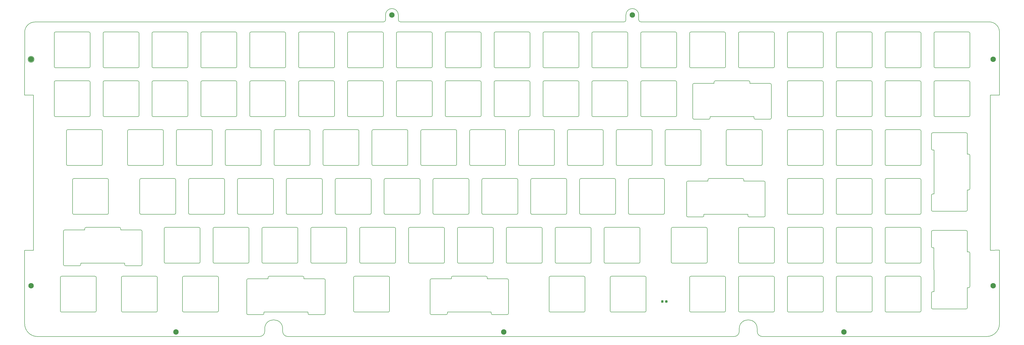
<source format=gbr>
G04 #@! TF.GenerationSoftware,KiCad,Pcbnew,(5.1.4)-1*
G04 #@! TF.CreationDate,2020-08-05T22:19:24-07:00*
G04 #@! TF.ProjectId,Plate,506c6174-652e-46b6-9963-61645f706362,rev?*
G04 #@! TF.SameCoordinates,Original*
G04 #@! TF.FileFunction,Soldermask,Top*
G04 #@! TF.FilePolarity,Negative*
%FSLAX46Y46*%
G04 Gerber Fmt 4.6, Leading zero omitted, Abs format (unit mm)*
G04 Created by KiCad (PCBNEW (5.1.4)-1) date 2020-08-05 22:19:24*
%MOMM*%
%LPD*%
G04 APERTURE LIST*
%ADD10C,0.200000*%
%ADD11C,2.100000*%
%ADD12C,0.150000*%
%ADD13C,0.875000*%
G04 APERTURE END LIST*
D10*
X256500000Y-62450000D02*
X256490223Y-60500010D01*
X256500000Y-62450000D02*
G75*
G02X255700000Y-63250000I-800000J0D01*
G01*
X162000000Y-63250000D02*
X26162000Y-63246000D01*
X162790259Y-60499847D02*
X162800000Y-62450000D01*
X162800000Y-62450000D02*
G75*
G02X162000000Y-63250000I-800000J0D01*
G01*
X167799999Y-60499999D02*
X167800000Y-62400000D01*
X255700000Y-63250000D02*
X168600000Y-63200000D01*
X168600000Y-63200000D02*
G75*
G02X167800000Y-62400000I0J800000D01*
G01*
X262300000Y-63200000D02*
X265429999Y-63218122D01*
X261499999Y-60499999D02*
X261500000Y-62400000D01*
X262300000Y-63200000D02*
G75*
G02X261500000Y-62400000I0J800000D01*
G01*
X256490223Y-60500010D02*
G75*
G02X261499999Y-60499999I2504888J2189D01*
G01*
X162790259Y-60499847D02*
G75*
G02X167799999Y-60499999I2504870J2026D01*
G01*
X402095110Y-91751363D02*
X402100000Y-67200000D01*
X398100000Y-63200000D02*
X265429999Y-63218122D01*
X398100000Y-63200000D02*
G75*
G02X402100000Y-67200000I0J-4000000D01*
G01*
X22162000Y-67246000D02*
X22145123Y-91753523D01*
X22162000Y-67246000D02*
G75*
G02X26162000Y-63246000I4000000J0D01*
G01*
X351970123Y-119222812D02*
X338970117Y-119222760D01*
X66220123Y-81122812D02*
X53220077Y-81122830D01*
X148470077Y-81122830D02*
X161470123Y-81122812D01*
X167520123Y-67122812D02*
X180520142Y-67122803D01*
X47670123Y-86672812D02*
X47670117Y-99672846D01*
X114345123Y-105722812D02*
X114345117Y-118722822D01*
X272295129Y-119222772D02*
X285295123Y-119222812D01*
X119895104Y-119222809D02*
X132895123Y-119222812D01*
X296107629Y-119222772D02*
X309107623Y-119222812D01*
X338970128Y-138272809D02*
X351970123Y-138272812D01*
X358020117Y-138272858D02*
X371020123Y-138272812D01*
X371520102Y-137772843D02*
G75*
G02X371020123Y-138272812I-499974J5D01*
G01*
X115713911Y-182897788D02*
G75*
G02X122713873Y-182897812I3499981J-12D01*
G01*
X115713869Y-182897810D02*
X115713869Y-183897812D01*
X122713876Y-182897810D02*
X122713876Y-183897812D01*
X115713874Y-183897821D02*
G75*
G02X113713873Y-185897812I-1999996J5D01*
G01*
X124713871Y-185897818D02*
G75*
G02X122713873Y-183897812I4J2000002D01*
G01*
X300670111Y-183897840D02*
G75*
G02X298670123Y-185897812I-1999980J8D01*
G01*
X300670115Y-182897810D02*
X300670115Y-183897812D01*
X300670135Y-182897788D02*
G75*
G02X307670123Y-182897812I3499994J-12D01*
G01*
X309670108Y-185897837D02*
G75*
G02X307670123Y-183897812I20J2000005D01*
G01*
X307670114Y-182897810D02*
X307670114Y-183897812D01*
X402095115Y-180897786D02*
G75*
G02X397095123Y-185897812I-5000009J-17D01*
G01*
X27145137Y-185897808D02*
G75*
G02X22145123Y-180897812I-9J5000005D01*
G01*
X124713871Y-185897818D02*
X298670123Y-185897812D01*
X397095123Y-185897812D02*
X309670108Y-185897837D01*
X27145137Y-185897808D02*
X113713873Y-185897812D01*
X352470114Y-137772795D02*
G75*
G02X351970123Y-138272812I-500004J-13D01*
G01*
X285795175Y-118721946D02*
G75*
G02X285295123Y-119222812I-500022J-843D01*
G01*
X163851380Y-162372821D02*
G75*
G02X164351373Y-162872812I1J-499992D01*
G01*
X108700876Y-163872812D02*
X108700876Y-176872809D01*
X150351373Y-162872810D02*
X150351373Y-175872814D01*
X150351364Y-162872805D02*
G75*
G02X150851373Y-162372812I500001J-8D01*
G01*
X115450882Y-176872825D02*
G75*
G02X114950873Y-177372812I-499998J11D01*
G01*
X133076873Y-177372786D02*
G75*
G02X132576873Y-176872812I-13J499987D01*
G01*
X139326875Y-176872809D02*
X139326875Y-163872812D01*
X117513870Y-176372815D02*
X130513874Y-176372815D01*
X109200870Y-177372810D02*
X114950870Y-177372810D01*
X138826875Y-163372816D02*
G75*
G02X139326873Y-163872812I1J-499997D01*
G01*
X164351371Y-175872814D02*
X164351371Y-162872810D01*
X109200866Y-177372809D02*
G75*
G02X108700873Y-176872812I2J499995D01*
G01*
X114950870Y-163372811D02*
X109200870Y-163372811D01*
X108700882Y-163872793D02*
G75*
G02X109200873Y-163372812I499986J-5D01*
G01*
X133076874Y-177372810D02*
X138826874Y-177372810D01*
X163851378Y-162372809D02*
X150851374Y-162372809D01*
X138826874Y-163372811D02*
X133076874Y-163372811D01*
X139326889Y-176872802D02*
G75*
G02X138826873Y-177372812I-500013J3D01*
G01*
X164351394Y-175872807D02*
G75*
G02X163851373Y-176372812I-500013J8D01*
G01*
X130513886Y-162372827D02*
G75*
G02X131013873Y-162872812I1J-499986D01*
G01*
X130513874Y-162372809D02*
X117513870Y-162372809D01*
X117013870Y-162872811D02*
G75*
G02X117513873Y-162372812I500001J-2D01*
G01*
X84176360Y-176372803D02*
G75*
G02X83676373Y-175872812I2J499989D01*
G01*
X59076374Y-143322814D02*
X46076373Y-143322814D01*
X45576366Y-143822801D02*
G75*
G02X46076373Y-143322812I499998J-9D01*
G01*
X77032623Y-157322813D02*
X90032623Y-157322813D01*
X61639373Y-158322815D02*
X67389374Y-158322815D01*
X95582614Y-143822799D02*
G75*
G02X96082623Y-143322812I499998J-11D01*
G01*
X61639353Y-158322820D02*
G75*
G02X61139373Y-157822812I14J499994D01*
G01*
X67389385Y-144322820D02*
G75*
G02X67889373Y-144822812I-2J-499990D01*
G01*
X357520163Y-124772812D02*
G75*
G02X358020123Y-124272812I499980J20D01*
G01*
X37263370Y-144822805D02*
G75*
G02X37763373Y-144322812I499998J-5D01*
G01*
X59076382Y-143322817D02*
G75*
G02X59576373Y-143822812I-2J-499993D01*
G01*
X37763373Y-158322815D02*
X43513373Y-158322815D01*
X95582624Y-143822815D02*
X95582624Y-156822812D01*
X371520129Y-137772810D02*
X371520129Y-124772813D01*
X351970134Y-124272812D02*
X338970122Y-124272812D01*
X90532624Y-156822812D02*
X90532624Y-143822815D01*
X338470129Y-124772813D02*
X338470129Y-137772810D01*
X76532619Y-143822804D02*
G75*
G02X77032623Y-143322812I499998J-6D01*
G01*
X67889369Y-157822836D02*
G75*
G02X67389373Y-158322812I-499986J10D01*
G01*
X37263373Y-144822810D02*
X37263373Y-157822814D01*
X43513373Y-144322809D02*
X37763373Y-144322809D01*
X76532622Y-143822815D02*
X76532622Y-156822812D01*
X358020117Y-138272858D02*
G75*
G02X357520123Y-137772812I26J500020D01*
G01*
X90032635Y-143322820D02*
G75*
G02X90532623Y-143822812I-2J-499990D01*
G01*
X371020148Y-124272797D02*
G75*
G02X371520123Y-124772812I-20J-499995D01*
G01*
X338970128Y-138272809D02*
G75*
G02X338470123Y-137772812I-4J500001D01*
G01*
X67389374Y-144322809D02*
X61639373Y-144322809D01*
X319920141Y-138272822D02*
G75*
G02X319420123Y-137772812I-4J500014D01*
G01*
X90532619Y-156822836D02*
G75*
G02X90032623Y-157322812I-499986J10D01*
G01*
X67889375Y-157822814D02*
X67889375Y-144822810D01*
X37763354Y-158322821D02*
G75*
G02X37263373Y-157822812I14J499995D01*
G01*
X352470127Y-137772810D02*
X352470127Y-124772813D01*
X357520131Y-124772813D02*
X357520131Y-137772810D01*
X77032603Y-157322820D02*
G75*
G02X76532623Y-156822812I14J499994D01*
G01*
X338470114Y-124772823D02*
G75*
G02X338970123Y-124272812I500010J1D01*
G01*
X351970100Y-124272809D02*
G75*
G02X352470123Y-124772812I10J-500013D01*
G01*
X319920120Y-138272811D02*
X332920132Y-138272811D01*
X371020136Y-124272812D02*
X358020124Y-124272812D01*
X333420126Y-137772807D02*
G75*
G02X332920123Y-138272812I-500004J-1D01*
G01*
X109082622Y-143322814D02*
X96082625Y-143322814D01*
X90032623Y-143322814D02*
X77032623Y-143322814D01*
X44013370Y-157822837D02*
G75*
G02X43513373Y-158322812I-499986J11D01*
G01*
X46076373Y-157322813D02*
X59076374Y-157322813D01*
X252745127Y-105722738D02*
G75*
G02X253245123Y-105222812I499961J-35D01*
G01*
X266245173Y-105222784D02*
G75*
G02X266745123Y-105722812I-39J-499989D01*
G01*
X247695139Y-118722844D02*
G75*
G02X247195123Y-119222812I-499992J24D01*
G01*
X233695139Y-105722750D02*
G75*
G02X234195123Y-105222812I499961J-23D01*
G01*
X228645151Y-118722856D02*
G75*
G02X228145123Y-119222812I-499992J36D01*
G01*
X209095164Y-105222775D02*
G75*
G02X209595123Y-105722812I-39J-499998D01*
G01*
X190545124Y-118722811D02*
X190545124Y-105722811D01*
X253245080Y-119222785D02*
G75*
G02X252745123Y-118722812I8J499965D01*
G01*
X247695116Y-118722811D02*
X247695116Y-105722811D01*
X295607614Y-105722787D02*
G75*
G02X296107623Y-105222812I499992J-17D01*
G01*
X266245124Y-105222810D02*
X253245128Y-105222810D01*
X247195186Y-105222797D02*
G75*
G02X247695123Y-105722812I-39J-499976D01*
G01*
X247195122Y-105222810D02*
X234195126Y-105222810D01*
X309107661Y-105222834D02*
G75*
G02X309607623Y-105722812I-8J-499970D01*
G01*
X215145123Y-119222812D02*
X228145120Y-119222812D01*
X295607624Y-105722811D02*
X295607624Y-118722811D01*
X309607675Y-118721946D02*
G75*
G02X309107623Y-119222812I-500022J-843D01*
G01*
X252745119Y-105722811D02*
X252745119Y-118722811D01*
X228145198Y-105222809D02*
G75*
G02X228645123Y-105722812I-39J-499964D01*
G01*
X209595126Y-118722811D02*
X209595126Y-105722811D01*
X272295129Y-119222772D02*
G75*
G02X271795123Y-118722812I-23J499983D01*
G01*
X285295161Y-105222834D02*
G75*
G02X285795123Y-105722812I-8J-499970D01*
G01*
X234195092Y-119222797D02*
G75*
G02X233695123Y-118722812I8J499977D01*
G01*
X215145104Y-119222809D02*
G75*
G02X214645123Y-118722812I8J499989D01*
G01*
X196095121Y-119222812D02*
X209095118Y-119222812D01*
X271795114Y-105722787D02*
G75*
G02X272295123Y-105222812I499992J-17D01*
G01*
X214645130Y-105722811D02*
X214645130Y-118722811D01*
X209095118Y-105222810D02*
X196095121Y-105222810D01*
X233695117Y-105722811D02*
X233695117Y-118722811D01*
X285295126Y-105222810D02*
X272295130Y-105222810D01*
X177045113Y-119222818D02*
G75*
G02X176545123Y-118722812I8J499998D01*
G01*
X209595117Y-118722822D02*
G75*
G02X209095123Y-119222812I-499992J2D01*
G01*
X309607622Y-118722811D02*
X309607622Y-105722811D01*
X266745118Y-118722811D02*
X266745118Y-105722811D01*
X214645151Y-105722762D02*
G75*
G02X215145123Y-105222812I499961J-11D01*
G01*
X271795121Y-105722811D02*
X271795121Y-118722811D01*
X196095101Y-119222806D02*
G75*
G02X195595123Y-118722812I8J499986D01*
G01*
X228645128Y-118722811D02*
X228645128Y-105722811D01*
X195595148Y-105722759D02*
G75*
G02X196095123Y-105222812I499961J-14D01*
G01*
X195595128Y-105722811D02*
X195595128Y-118722811D01*
X177045119Y-119222812D02*
X190045116Y-119222812D01*
X190545129Y-118722834D02*
G75*
G02X190045123Y-119222812I-499992J14D01*
G01*
X190045176Y-105222787D02*
G75*
G02X190545123Y-105722812I-39J-499986D01*
G01*
X190045116Y-105222810D02*
X177045119Y-105222810D01*
X176545160Y-105722771D02*
G75*
G02X177045123Y-105222812I499961J-2D01*
G01*
X176545126Y-105722811D02*
X176545126Y-118722811D01*
X157995110Y-119222815D02*
G75*
G02X157495123Y-118722812I8J499995D01*
G01*
X296107629Y-119222772D02*
G75*
G02X295607623Y-118722812I-23J499983D01*
G01*
X285795120Y-118722811D02*
X285795120Y-105722811D01*
X157995117Y-119222812D02*
X170995129Y-119222812D01*
X266745126Y-118722831D02*
G75*
G02X266245123Y-119222812I-499992J11D01*
G01*
X171495126Y-118722831D02*
G75*
G02X170995123Y-119222812I-499992J11D01*
G01*
X228145120Y-105222810D02*
X215145123Y-105222810D01*
X309107629Y-105222810D02*
X296107617Y-105222810D01*
X234195126Y-119222812D02*
X247195122Y-119222812D01*
X253245128Y-119222812D02*
X266245124Y-119222812D01*
X38932603Y-119222808D02*
G75*
G02X38432623Y-118722812I8J499988D01*
G01*
X38932623Y-119222812D02*
X51932623Y-119222812D01*
X52432634Y-118722839D02*
G75*
G02X51932623Y-119222812I-499992J19D01*
G01*
X138445122Y-105722811D02*
X138445122Y-118722811D01*
X113845164Y-105222775D02*
G75*
G02X114345123Y-105722812I-39J-499998D01*
G01*
X113845122Y-105222810D02*
X100845126Y-105222810D01*
X81795124Y-119222812D02*
X94795120Y-119222812D01*
X152445123Y-118722828D02*
G75*
G02X151945123Y-119222812I-499992J8D01*
G01*
X170995173Y-105222784D02*
G75*
G02X171495123Y-105722812I-39J-499989D01*
G01*
X157495157Y-105722768D02*
G75*
G02X157995123Y-105222812I499961J-5D01*
G01*
X151945127Y-105222810D02*
X138945123Y-105222810D01*
X152445120Y-118722811D02*
X152445120Y-105722811D01*
X114345117Y-118722822D02*
G75*
G02X113845123Y-119222812I-499992J2D01*
G01*
X151945170Y-105222781D02*
G75*
G02X152445123Y-105722812I-39J-499992D01*
G01*
X100345148Y-105722759D02*
G75*
G02X100845123Y-105222812I499961J-14D01*
G01*
X100345125Y-105722811D02*
X100345125Y-118722811D01*
X94795176Y-105222787D02*
G75*
G02X95295123Y-105722812I-39J-499986D01*
G01*
X62745122Y-119222812D02*
X75745122Y-119222812D01*
X75745181Y-105222792D02*
G75*
G02X76245123Y-105722812I-39J-499981D01*
G01*
X133395120Y-118722825D02*
G75*
G02X132895123Y-119222812I-499992J5D01*
G01*
X75745122Y-105222810D02*
X62745122Y-105222810D01*
X138945123Y-119222812D02*
X151945127Y-119222812D01*
X170995129Y-105222810D02*
X157995117Y-105222810D01*
X132895124Y-105222810D02*
X119895120Y-105222810D01*
X95295129Y-118722834D02*
G75*
G02X94795123Y-119222812I-499992J14D01*
G01*
X62245122Y-105722811D02*
X62245122Y-118722811D01*
X62245150Y-105722761D02*
G75*
G02X62745123Y-105222812I499961J-12D01*
G01*
X171495122Y-118722811D02*
X171495122Y-105722811D01*
X157495124Y-105722811D02*
X157495124Y-118722811D01*
X95295121Y-118722811D02*
X95295121Y-105722811D01*
X132895167Y-105222778D02*
G75*
G02X133395123Y-105722812I-39J-499995D01*
G01*
X76245134Y-118722839D02*
G75*
G02X75745123Y-119222812I-499992J19D01*
G01*
X81295123Y-105722811D02*
X81295123Y-118722811D01*
X138945107Y-119222812D02*
G75*
G02X138445123Y-118722812I8J499992D01*
G01*
X100845101Y-119222806D02*
G75*
G02X100345123Y-118722812I8J499986D01*
G01*
X119895104Y-119222809D02*
G75*
G02X119395123Y-118722812I8J499989D01*
G01*
X81795098Y-119222803D02*
G75*
G02X81295123Y-118722812I8J499983D01*
G01*
X94795120Y-105222810D02*
X81795124Y-105222810D01*
X62745103Y-119222808D02*
G75*
G02X62245123Y-118722812I8J499988D01*
G01*
X76245123Y-118722811D02*
X76245123Y-105722811D01*
X133395125Y-118722811D02*
X133395125Y-105722811D01*
X119395119Y-105722811D02*
X119395119Y-118722811D01*
X119395151Y-105722762D02*
G75*
G02X119895123Y-105222812I499961J-11D01*
G01*
X100845126Y-119222812D02*
X113845122Y-119222812D01*
X138445154Y-105722765D02*
G75*
G02X138945123Y-105222812I499961J-8D01*
G01*
X81295145Y-105722756D02*
G75*
G02X81795123Y-105222812I499961J-17D01*
G01*
X282532123Y-87672811D02*
X282532123Y-100672811D01*
X338970104Y-100172773D02*
G75*
G02X338470123Y-99672812I-10J499971D01*
G01*
X38432623Y-105722811D02*
X38432623Y-118722811D01*
X38432650Y-105722761D02*
G75*
G02X38932623Y-105222812I499961J-12D01*
G01*
X288782117Y-87172812D02*
X283032117Y-87172812D01*
X313158122Y-100672811D02*
X313158122Y-87672811D01*
X304345136Y-86172833D02*
G75*
G02X304845123Y-86672812I4J-499983D01*
G01*
X262770129Y-100172810D02*
X275770125Y-100172810D01*
X377070080Y-100172809D02*
G75*
G02X376570123Y-99672812I20J499977D01*
G01*
X319420127Y-86672811D02*
X319420127Y-99672813D01*
X351970134Y-86172812D02*
X338970122Y-86172812D01*
X376570126Y-86672763D02*
G75*
G02X377070123Y-86172812I499974J-23D01*
G01*
X371020136Y-86172812D02*
X358020124Y-86172812D01*
X357520138Y-86672775D02*
G75*
G02X358020123Y-86172812I499974J-11D01*
G01*
X282532102Y-87672799D02*
G75*
G02X283032123Y-87172812I500004J-17D01*
G01*
X312658185Y-87172822D02*
G75*
G02X313158123Y-87672812I-26J-499964D01*
G01*
X352470127Y-99672813D02*
X352470127Y-86672811D01*
X390070138Y-86172812D02*
X377070126Y-86172812D01*
X338470090Y-86672787D02*
G75*
G02X338970123Y-86172812I500004J-29D01*
G01*
X338970122Y-100172810D02*
X351970134Y-100172810D01*
X319920116Y-100172785D02*
G75*
G02X319420123Y-99672812I-10J499983D01*
G01*
X390070173Y-86172810D02*
G75*
G02X390570123Y-86672812I-26J-499976D01*
G01*
X377070126Y-100172810D02*
X390070138Y-100172810D01*
X390570127Y-99672856D02*
G75*
G02X390070123Y-100172812I-499980J24D01*
G01*
X371520139Y-99672868D02*
G75*
G02X371020123Y-100172812I-499980J36D01*
G01*
X319920120Y-100172810D02*
X332920132Y-100172810D01*
X338470129Y-86672811D02*
X338470129Y-99672813D01*
X333420125Y-99672813D02*
X333420125Y-86672811D01*
X306908093Y-101172822D02*
G75*
G02X306408123Y-100672812I20J499990D01*
G01*
X306908128Y-101172812D02*
X312658129Y-101172812D01*
X312658129Y-87172812D02*
X306908128Y-87172812D01*
X332920132Y-86172812D02*
X319920120Y-86172812D01*
X291345117Y-100172810D02*
X304345128Y-100172810D01*
X290845090Y-86672787D02*
G75*
G02X291345123Y-86172812I500004J-29D01*
G01*
X358020092Y-100172821D02*
G75*
G02X357520123Y-99672812I20J499989D01*
G01*
X376570133Y-86672811D02*
X376570133Y-99672813D01*
X51932623Y-105222810D02*
X38932623Y-105222810D01*
X52432624Y-118722811D02*
X52432624Y-105722811D01*
X51932681Y-105222792D02*
G75*
G02X52432623Y-105722812I-39J-499981D01*
G01*
X371520129Y-99672813D02*
X371520129Y-86672811D01*
X390570131Y-99672813D02*
X390570131Y-86672811D01*
X358020124Y-100172810D02*
X371020136Y-100172810D01*
X371020185Y-86172822D02*
G75*
G02X371520123Y-86672812I-26J-499964D01*
G01*
X352470150Y-99672819D02*
G75*
G02X351970123Y-100172812I-500010J17D01*
G01*
X332920149Y-86172846D02*
G75*
G02X333420123Y-86672812I4J-499970D01*
G01*
X319420102Y-86672799D02*
G75*
G02X319920123Y-86172812I500004J-17D01*
G01*
X289282162Y-100672831D02*
G75*
G02X288782123Y-101172812I-500010J29D01*
G01*
X304345128Y-86172812D02*
X291345117Y-86172812D01*
X262770092Y-100172821D02*
G75*
G02X262270123Y-99672812I20J499989D01*
G01*
X276270139Y-99672868D02*
G75*
G02X275770123Y-100172812I-499980J36D01*
G01*
X276270119Y-99672813D02*
X276270119Y-86672811D01*
X275770185Y-86172822D02*
G75*
G02X276270123Y-86672812I-26J-499964D01*
G01*
X275770125Y-86172812D02*
X262770129Y-86172812D01*
X262270138Y-86672775D02*
G75*
G02X262770123Y-86172812I499974J-11D01*
G01*
X262270120Y-86672811D02*
X262270120Y-99672813D01*
X357520131Y-86672811D02*
X357520131Y-99672813D01*
X333420163Y-99672832D02*
G75*
G02X332920123Y-100172812I-500010J30D01*
G01*
X243720127Y-100172810D02*
X256720123Y-100172810D01*
X283032117Y-101172812D02*
X288782117Y-101172812D01*
X243720104Y-100172773D02*
G75*
G02X243220123Y-99672812I-10J499971D01*
G01*
X257220150Y-99672819D02*
G75*
G02X256720123Y-100172812I-500010J17D01*
G01*
X351970136Y-86172833D02*
G75*
G02X352470123Y-86672812I4J-499983D01*
G01*
X313158139Y-100672868D02*
G75*
G02X312658123Y-101172812I-499980J36D01*
G01*
X283032116Y-101172785D02*
G75*
G02X282532123Y-100672812I-10J499983D01*
G01*
X205620122Y-100172810D02*
X218620119Y-100172810D01*
X257220117Y-99672813D02*
X257220117Y-86672811D01*
X186070127Y-86672811D02*
X186070127Y-99672813D01*
X181020108Y-99672837D02*
G75*
G02X180520123Y-100172812I-499980J5D01*
G01*
X199570117Y-86172812D02*
X186570120Y-86172812D01*
X238170163Y-99672832D02*
G75*
G02X237670123Y-100172812I-500010J30D01*
G01*
X147970135Y-86672772D02*
G75*
G02X148470123Y-86172812I499974J-14D01*
G01*
X205120144Y-86672781D02*
G75*
G02X205620123Y-86172812I499974J-5D01*
G01*
X167020138Y-86672775D02*
G75*
G02X167520123Y-86172812I499974J-11D01*
G01*
X243220118Y-86672811D02*
X243220118Y-99672813D01*
X218620130Y-86172827D02*
G75*
G02X219120123Y-86672812I4J-499989D01*
G01*
X205120129Y-86672811D02*
X205120129Y-99672813D01*
X142920117Y-99672846D02*
G75*
G02X142420123Y-100172812I-499980J14D01*
G01*
X180520130Y-86172812D02*
X167520118Y-86172812D01*
X219120144Y-99672813D02*
G75*
G02X218620123Y-100172812I-500010J11D01*
G01*
X218620119Y-86172812D02*
X205620122Y-86172812D01*
X199570157Y-86172794D02*
G75*
G02X200070123Y-86672812I-26J-499992D01*
G01*
X129420101Y-100172830D02*
G75*
G02X128920123Y-99672812I20J499998D01*
G01*
X142920126Y-99672813D02*
X142920126Y-86672811D01*
X224670116Y-100172785D02*
G75*
G02X224170123Y-99672812I-10J499983D01*
G01*
X186570095Y-100172824D02*
G75*
G02X186070123Y-99672812I20J499992D01*
G01*
X129420121Y-100172810D02*
X142420125Y-100172810D01*
X237670149Y-86172846D02*
G75*
G02X238170123Y-86672812I4J-499970D01*
G01*
X128920120Y-86672811D02*
X128920120Y-99672813D01*
X110370127Y-100172810D02*
X123370123Y-100172810D01*
X224170116Y-86672811D02*
X224170116Y-99672813D01*
X123870114Y-99672843D02*
G75*
G02X123370123Y-100172812I-499980J11D01*
G01*
X161470151Y-86172788D02*
G75*
G02X161970123Y-86672812I-26J-499998D01*
G01*
X123370160Y-86172797D02*
G75*
G02X123870123Y-86672812I-26J-499989D01*
G01*
X256720136Y-86172833D02*
G75*
G02X257220123Y-86672812I4J-499983D01*
G01*
X128920147Y-86672784D02*
G75*
G02X129420123Y-86172812I499974J-2D01*
G01*
X205620098Y-100172827D02*
G75*
G02X205120123Y-99672812I20J499995D01*
G01*
X167520118Y-100172810D02*
X180520130Y-100172810D01*
X237670121Y-86172812D02*
X224670125Y-86172812D01*
X200070125Y-99672813D02*
X200070125Y-86672811D01*
X161470128Y-86172812D02*
X148470124Y-86172812D01*
X142420163Y-86172800D02*
G75*
G02X142920123Y-86672812I-26J-499986D01*
G01*
X200070111Y-99672840D02*
G75*
G02X199570123Y-100172812I-499980J8D01*
G01*
X110370098Y-100172827D02*
G75*
G02X109870123Y-99672812I20J499995D01*
G01*
X123870124Y-99672813D02*
X123870124Y-86672811D01*
X123370123Y-86172812D02*
X110370127Y-86172812D01*
X238170130Y-99672813D02*
X238170130Y-86672811D01*
X186070141Y-86672778D02*
G75*
G02X186570123Y-86172812I499974J-8D01*
G01*
X161970105Y-99672834D02*
G75*
G02X161470123Y-100172812I-499980J2D01*
G01*
X142420125Y-86172812D02*
X129420121Y-86172812D01*
X109870144Y-86672781D02*
G75*
G02X110370123Y-86172812I499974J-5D01*
G01*
X109870126Y-86672811D02*
X109870126Y-99672813D01*
X91320095Y-100172824D02*
G75*
G02X90820123Y-99672812I20J499992D01*
G01*
X91320125Y-100172810D02*
X104320121Y-100172810D01*
X224670125Y-100172810D02*
X237670121Y-100172810D01*
X104820111Y-99672840D02*
G75*
G02X104320123Y-100172812I-499980J8D01*
G01*
X104820122Y-99672813D02*
X104820122Y-86672811D01*
X256720123Y-86172812D02*
X243720127Y-86172812D01*
X186570120Y-100172810D02*
X199570117Y-100172810D01*
X180520154Y-86172791D02*
G75*
G02X181020123Y-86672812I-26J-499995D01*
G01*
X167020125Y-86672811D02*
X167020125Y-99672813D01*
X148470124Y-100172810D02*
X161470128Y-100172810D01*
X161970121Y-99672813D02*
X161970121Y-86672811D01*
X243220090Y-86672787D02*
G75*
G02X243720123Y-86172812I500004J-29D01*
G01*
X167520092Y-100172821D02*
G75*
G02X167020123Y-99672812I20J499989D01*
G01*
X224170102Y-86672799D02*
G75*
G02X224670123Y-86172812I500004J-17D01*
G01*
X148470089Y-100172818D02*
G75*
G02X147970123Y-99672812I20J499986D01*
G01*
X181020123Y-99672813D02*
X181020123Y-86672811D01*
X219120127Y-99672813D02*
X219120127Y-86672811D01*
X85270162Y-86172799D02*
G75*
G02X85770123Y-86672812I-26J-499987D01*
G01*
X357520126Y-67622787D02*
G75*
G02X358020123Y-67122812I499986J-11D01*
G01*
X52720135Y-86672772D02*
G75*
G02X53220123Y-86172812I499974J-14D01*
G01*
X390070161Y-67122822D02*
G75*
G02X390570123Y-67622812I-14J-499976D01*
G01*
X71770122Y-86672811D02*
X71770122Y-99672813D01*
X333420125Y-80622811D02*
X333420125Y-67622812D01*
X104320157Y-86172794D02*
G75*
G02X104820123Y-86672812I-26J-499992D01*
G01*
X71770131Y-86672768D02*
G75*
G02X72270123Y-86172812I499974J-18D01*
G01*
X376570133Y-67622812D02*
X376570133Y-80622811D01*
X352470127Y-80622811D02*
X352470127Y-67622812D01*
X66720120Y-99672849D02*
G75*
G02X66220123Y-100172812I-499980J17D01*
G01*
X319920120Y-81122812D02*
X332920132Y-81122812D01*
X34170086Y-100172815D02*
G75*
G02X33670123Y-99672812I20J499983D01*
G01*
X390570115Y-80622868D02*
G75*
G02X390070123Y-81122812I-499968J24D01*
G01*
X47170163Y-86172800D02*
G75*
G02X47670123Y-86672812I-26J-499986D01*
G01*
X377070068Y-81122821D02*
G75*
G02X376570123Y-80622812I32J499977D01*
G01*
X351970134Y-67122812D02*
X338970122Y-67122812D01*
X338470078Y-67622799D02*
G75*
G02X338970123Y-67122812I500016J-29D01*
G01*
X371520129Y-80622811D02*
X371520129Y-67622812D01*
X72270085Y-100172814D02*
G75*
G02X71770123Y-99672812I20J499982D01*
G01*
X319420090Y-67622811D02*
G75*
G02X319920123Y-67122812I500016J-17D01*
G01*
X90820124Y-86672811D02*
X90820124Y-99672813D01*
X53220122Y-100172810D02*
X66220125Y-100172810D01*
X358020080Y-81122833D02*
G75*
G02X357520123Y-80622812I32J499989D01*
G01*
X332920137Y-67122858D02*
G75*
G02X333420123Y-67622812I16J-499970D01*
G01*
X300870056Y-81122809D02*
G75*
G02X300370123Y-80622812I32J499965D01*
G01*
X104320121Y-86172812D02*
X91320125Y-86172812D01*
X85770124Y-99672813D02*
X85770124Y-86672811D01*
X90820141Y-86672778D02*
G75*
G02X91320123Y-86172812I499974J-8D01*
G01*
X53220089Y-100172818D02*
G75*
G02X52720123Y-99672812I20J499986D01*
G01*
X66720122Y-99672813D02*
X66720122Y-86672811D01*
X34170123Y-100172810D02*
X47170122Y-100172810D01*
X371520127Y-80622880D02*
G75*
G02X371020123Y-81122812I-499968J36D01*
G01*
X66220166Y-86172803D02*
G75*
G02X66720123Y-86672812I-26J-499983D01*
G01*
X33670132Y-86672769D02*
G75*
G02X34170123Y-86172812I499974J-17D01*
G01*
X377070126Y-81122812D02*
X390070138Y-81122812D01*
X371020173Y-67122834D02*
G75*
G02X371520123Y-67622812I-14J-499964D01*
G01*
X358020124Y-81122812D02*
X371020136Y-81122812D01*
X85270123Y-86172812D02*
X72270123Y-86172812D01*
X390570131Y-80622811D02*
X390570131Y-67622812D01*
X338970092Y-81122785D02*
G75*
G02X338470123Y-80622812I2J499971D01*
G01*
X338970122Y-81122812D02*
X351970134Y-81122812D01*
X352470138Y-80622831D02*
G75*
G02X351970123Y-81122812I-499998J17D01*
G01*
X351970124Y-67122845D02*
G75*
G02X352470123Y-67622812I16J-499983D01*
G01*
X338470129Y-67622812D02*
X338470129Y-80622811D01*
X333420151Y-80622844D02*
G75*
G02X332920123Y-81122812I-499998J30D01*
G01*
X319420127Y-67622812D02*
X319420127Y-80622811D01*
X300870118Y-81122812D02*
X313870129Y-81122812D01*
X314370102Y-80622855D02*
G75*
G02X313870123Y-81122812I-499968J11D01*
G01*
X314370123Y-80622811D02*
X314370123Y-67622812D01*
X47170122Y-86172812D02*
X34170123Y-86172812D01*
X85770116Y-99672845D02*
G75*
G02X85270123Y-100172812I-499980J13D01*
G01*
X313870148Y-67122809D02*
G75*
G02X314370123Y-67622812I-14J-499989D01*
G01*
X390070138Y-67122812D02*
X377070126Y-67122812D01*
X72270123Y-100172810D02*
X85270123Y-100172810D01*
X313870129Y-67122812D02*
X300870118Y-67122812D01*
X371020136Y-67122812D02*
X358020124Y-67122812D01*
X319920104Y-81122797D02*
G75*
G02X319420123Y-80622812I2J499983D01*
G01*
X332920132Y-67122812D02*
X319920120Y-67122812D01*
X376570114Y-67622775D02*
G75*
G02X377070123Y-67122812I499986J-23D01*
G01*
X47670117Y-99672846D02*
G75*
G02X47170123Y-100172812I-499980J14D01*
G01*
X357520131Y-67622812D02*
X357520131Y-80622811D01*
X66220125Y-86172812D02*
X53220122Y-86172812D01*
X281820068Y-81122821D02*
G75*
G02X281320123Y-80622812I32J499977D01*
G01*
X186570120Y-81122812D02*
X199570117Y-81122812D01*
X276270127Y-80622880D02*
G75*
G02X275770123Y-81122812I-499968J36D01*
G01*
X243220078Y-67622799D02*
G75*
G02X243720123Y-67122812I500016J-29D01*
G01*
X295320121Y-80622811D02*
X295320121Y-67622812D01*
X224670125Y-81122812D02*
X237670121Y-81122812D01*
X295320115Y-80622868D02*
G75*
G02X294820123Y-81122812I-499968J24D01*
G01*
X262270126Y-67622787D02*
G75*
G02X262770123Y-67122812I499986J-11D01*
G01*
X167520080Y-81122833D02*
G75*
G02X167020123Y-80622812I32J499989D01*
G01*
X186070127Y-67622812D02*
X186070127Y-80622811D01*
X281320114Y-67622775D02*
G75*
G02X281820123Y-67122812I499986J-23D01*
G01*
X167520118Y-81122812D02*
X180520130Y-81122812D01*
X276270119Y-80622811D02*
X276270119Y-67622812D01*
X256720124Y-67122845D02*
G75*
G02X257220123Y-67622812I16J-499983D01*
G01*
X262270120Y-67622812D02*
X262270120Y-80622811D01*
X257220138Y-80622831D02*
G75*
G02X256720123Y-81122812I-499998J17D01*
G01*
X180520142Y-67122803D02*
G75*
G02X181020123Y-67622812I-14J-499995D01*
G01*
X167020125Y-67622812D02*
X167020125Y-80622811D01*
X237670121Y-67122812D02*
X224670125Y-67122812D01*
X205620122Y-81122812D02*
X218620119Y-81122812D01*
X294820127Y-67122812D02*
X281820116Y-67122812D01*
X238170151Y-80622844D02*
G75*
G02X237670123Y-81122812I-499998J30D01*
G01*
X186570083Y-81122836D02*
G75*
G02X186070123Y-80622812I32J499992D01*
G01*
X161970093Y-80622846D02*
G75*
G02X161470123Y-81122812I-499968J2D01*
G01*
X200070099Y-80622852D02*
G75*
G02X199570123Y-81122812I-499968J8D01*
G01*
X294820161Y-67122822D02*
G75*
G02X295320123Y-67622812I-14J-499976D01*
G01*
X300370124Y-67622812D02*
X300370124Y-80622811D01*
X281320122Y-67622812D02*
X281320122Y-80622811D01*
X205120132Y-67622793D02*
G75*
G02X205620123Y-67122812I499986J-5D01*
G01*
X275770173Y-67122834D02*
G75*
G02X276270123Y-67622812I-14J-499964D01*
G01*
X237670137Y-67122858D02*
G75*
G02X238170123Y-67622812I16J-499970D01*
G01*
X218620118Y-67122839D02*
G75*
G02X219120123Y-67622812I16J-499989D01*
G01*
X262770080Y-81122833D02*
G75*
G02X262270123Y-80622812I32J499989D01*
G01*
X243720127Y-81122812D02*
X256720123Y-81122812D01*
X257220117Y-80622811D02*
X257220117Y-67622812D01*
X224170090Y-67622811D02*
G75*
G02X224670123Y-67122812I500016J-17D01*
G01*
X238170130Y-80622811D02*
X238170130Y-67622812D01*
X281820116Y-81122812D02*
X294820127Y-81122812D01*
X256720123Y-67122812D02*
X243720127Y-67122812D01*
X219120127Y-80622811D02*
X219120127Y-67622812D01*
X205120129Y-67622812D02*
X205120129Y-80622811D01*
X200070125Y-80622811D02*
X200070125Y-67622812D01*
X218620119Y-67122812D02*
X205620122Y-67122812D01*
X205620086Y-81122839D02*
G75*
G02X205120123Y-80622812I32J499995D01*
G01*
X199570145Y-67122806D02*
G75*
G02X200070123Y-67622812I-14J-499992D01*
G01*
X199570117Y-67122812D02*
X186570120Y-67122812D01*
X186070129Y-67622790D02*
G75*
G02X186570123Y-67122812I499986J-8D01*
G01*
X181020096Y-80622849D02*
G75*
G02X180520123Y-81122812I-499968J5D01*
G01*
X181020123Y-80622811D02*
X181020123Y-67622812D01*
X243720092Y-81122785D02*
G75*
G02X243220123Y-80622812I2J499971D01*
G01*
X300370102Y-67622763D02*
G75*
G02X300870123Y-67122812I499986J-35D01*
G01*
X167020126Y-67622787D02*
G75*
G02X167520123Y-67122812I499986J-11D01*
G01*
X243220118Y-67622812D02*
X243220118Y-80622811D01*
X148470077Y-81122830D02*
G75*
G02X147970123Y-80622812I32J499986D01*
G01*
X161970121Y-80622811D02*
X161970121Y-67622812D01*
X224170116Y-67622812D02*
X224170116Y-80622811D01*
X161470139Y-67122800D02*
G75*
G02X161970123Y-67622812I-14J-499998D01*
G01*
X161470128Y-67122812D02*
X148470124Y-67122812D01*
X224670104Y-81122797D02*
G75*
G02X224170123Y-80622812I2J499983D01*
G01*
X275770125Y-67122812D02*
X262770129Y-67122812D01*
X219120132Y-80622825D02*
G75*
G02X218620123Y-81122812I-499998J11D01*
G01*
X262770129Y-81122812D02*
X275770125Y-81122812D01*
X142420151Y-67122812D02*
G75*
G02X142920123Y-67622812I-14J-499986D01*
G01*
X128920135Y-67622796D02*
G75*
G02X129420123Y-67122812I499986J-2D01*
G01*
X91320125Y-81122812D02*
X104320121Y-81122812D01*
X104820099Y-80622852D02*
G75*
G02X104320123Y-81122812I-499968J8D01*
G01*
X90820129Y-67622790D02*
G75*
G02X91320123Y-67122812I499986J-8D01*
G01*
X147970123Y-67622812D02*
X147970123Y-80622811D01*
X142920105Y-80622858D02*
G75*
G02X142420123Y-81122812I-499968J14D01*
G01*
X104820122Y-80622811D02*
X104820122Y-67622812D01*
X72270123Y-81122812D02*
X85270123Y-81122812D01*
X129420089Y-81122842D02*
G75*
G02X128920123Y-80622812I32J499998D01*
G01*
X109870126Y-67622812D02*
X109870126Y-80622811D01*
X129420121Y-81122812D02*
X142420125Y-81122812D01*
X104320145Y-67122806D02*
G75*
G02X104820123Y-67622812I-14J-499992D01*
G01*
X71770119Y-67622780D02*
G75*
G02X72270123Y-67122812I499986J-18D01*
G01*
X66220125Y-67122812D02*
X53220122Y-67122812D01*
X34170123Y-81122812D02*
X47170122Y-81122812D01*
X128920120Y-67622812D02*
X128920120Y-80622811D01*
X66720108Y-80622861D02*
G75*
G02X66220123Y-81122812I-499968J17D01*
G01*
X147970123Y-67622784D02*
G75*
G02X148470123Y-67122812I499986J-14D01*
G01*
X123870102Y-80622855D02*
G75*
G02X123370123Y-81122812I-499968J11D01*
G01*
X66220154Y-67122815D02*
G75*
G02X66720123Y-67622812I-14J-499983D01*
G01*
X90820124Y-67622812D02*
X90820124Y-80622811D01*
X47170151Y-67122812D02*
G75*
G02X47670123Y-67622812I-14J-499986D01*
G01*
X66720122Y-80622811D02*
X66720122Y-67622812D01*
X33670123Y-67622812D02*
X33670123Y-80622811D01*
X91320083Y-81122836D02*
G75*
G02X90820123Y-80622812I32J499992D01*
G01*
X72270073Y-81122826D02*
G75*
G02X71770123Y-80622812I32J499982D01*
G01*
X52720123Y-67622812D02*
X52720123Y-80622811D01*
X47670105Y-80622858D02*
G75*
G02X47170123Y-81122812I-499968J14D01*
G01*
X110370127Y-81122812D02*
X123370123Y-81122812D01*
X71770122Y-67622812D02*
X71770122Y-80622811D01*
X85270150Y-67122811D02*
G75*
G02X85770123Y-67622812I-14J-499987D01*
G01*
X123370123Y-67122812D02*
X110370127Y-67122812D01*
X104320121Y-67122812D02*
X91320125Y-67122812D01*
X142420125Y-67122812D02*
X129420121Y-67122812D01*
X85770104Y-80622857D02*
G75*
G02X85270123Y-81122812I-499968J13D01*
G01*
X85270123Y-67122812D02*
X72270123Y-67122812D01*
X53220077Y-81122830D02*
G75*
G02X52720123Y-80622812I32J499986D01*
G01*
X52720123Y-67622784D02*
G75*
G02X53220123Y-67122812I499986J-14D01*
G01*
X110370086Y-81122839D02*
G75*
G02X109870123Y-80622812I32J499995D01*
G01*
X123370148Y-67122809D02*
G75*
G02X123870123Y-67622812I-14J-499989D01*
G01*
X123870124Y-80622811D02*
X123870124Y-67622812D01*
X109870132Y-67622793D02*
G75*
G02X110370123Y-67122812I499986J-5D01*
G01*
X34170074Y-81122827D02*
G75*
G02X33670123Y-80622812I32J499983D01*
G01*
X142920126Y-80622811D02*
X142920126Y-67622812D01*
X33670120Y-67622781D02*
G75*
G02X34170123Y-67122812I499986J-17D01*
G01*
X47170122Y-67122812D02*
X34170123Y-67122812D01*
X85770124Y-80622811D02*
X85770124Y-67622812D01*
X47670123Y-80622811D02*
X47670123Y-67622812D01*
X271007636Y-124272785D02*
G75*
G02X271507623Y-124772812I-20J-500007D01*
G01*
X271007625Y-124272812D02*
X258007628Y-124272812D01*
X286900840Y-138772831D02*
G75*
G02X286400873Y-139272812I-499974J-7D01*
G01*
X219907624Y-138272811D02*
X232907621Y-138272811D01*
X280650854Y-139272845D02*
G75*
G02X280150873Y-138772812I26J500007D01*
G01*
X258007628Y-138272811D02*
X271007625Y-138272811D01*
X219407614Y-124772823D02*
G75*
G02X219907623Y-124272812I500010J1D01*
G01*
X238957626Y-138272811D02*
X251957623Y-138272811D01*
X310776887Y-138772812D02*
X310776887Y-125772812D01*
X232907600Y-124272809D02*
G75*
G02X233407623Y-124772812I10J-500013D01*
G01*
X238457618Y-124772813D02*
X238457618Y-137772810D01*
X214357627Y-137772810D02*
X214357627Y-124772813D01*
X200357627Y-124772836D02*
G75*
G02X200857623Y-124272812I500010J14D01*
G01*
X310776877Y-138772808D02*
G75*
G02X310276873Y-139272812I-500004J0D01*
G01*
X181807638Y-138272819D02*
G75*
G02X181307623Y-137772812I-4J500011D01*
G01*
X252457616Y-137772810D02*
X252457616Y-124772813D01*
X319420127Y-124772813D02*
X319420127Y-137772810D01*
X271507590Y-137772831D02*
G75*
G02X271007623Y-138272812I-499974J-7D01*
G01*
X251957648Y-124272797D02*
G75*
G02X252457623Y-124772812I-20J-499995D01*
G01*
X271507618Y-137772810D02*
X271507618Y-124772813D01*
X333420125Y-137772810D02*
X333420125Y-124772813D01*
X214357626Y-137772807D02*
G75*
G02X213857623Y-138272812I-500004J-1D01*
G01*
X200857622Y-138272811D02*
X213857618Y-138272811D01*
X181807620Y-138272811D02*
X194807616Y-138272811D01*
X195307625Y-137772810D02*
X195307625Y-124772813D01*
X233407614Y-137772795D02*
G75*
G02X232907623Y-138272812I-500004J-13D01*
G01*
X194807609Y-124272818D02*
G75*
G02X195307623Y-124772812I10J-500004D01*
G01*
X288463888Y-124772787D02*
G75*
G02X288963873Y-124272812I499980J-5D01*
G01*
X219407630Y-124772813D02*
X219407630Y-137772810D01*
X252457602Y-137772843D02*
G75*
G02X251957623Y-138272812I-499974J5D01*
G01*
X238957617Y-138272858D02*
G75*
G02X238457623Y-137772812I26J500020D01*
G01*
X200857641Y-138272822D02*
G75*
G02X200357623Y-137772812I-4J500014D01*
G01*
X280150900Y-125772799D02*
G75*
G02X280650873Y-125272812I499980J7D01*
G01*
X319420127Y-124772836D02*
G75*
G02X319920123Y-124272812I500010J14D01*
G01*
X258007605Y-138272846D02*
G75*
G02X257507623Y-137772812I26J500008D01*
G01*
X257507651Y-124772800D02*
G75*
G02X258007623Y-124272812I499980J8D01*
G01*
X251957623Y-124272812D02*
X238957626Y-124272812D01*
X332920132Y-124272812D02*
X319920120Y-124272812D01*
X213857618Y-124272812D02*
X200857622Y-124272812D01*
X200357628Y-124772813D02*
X200357628Y-137772810D01*
X195307623Y-137772804D02*
G75*
G02X194807623Y-138272812I-500004J-4D01*
G01*
X280650866Y-139272813D02*
X286400882Y-139272813D01*
X301963874Y-124272773D02*
G75*
G02X302463873Y-124772812I-20J-500019D01*
G01*
X257507620Y-124772813D02*
X257507620Y-137772810D01*
X232907621Y-124272812D02*
X219907624Y-124272812D01*
X219907628Y-138272809D02*
G75*
G02X219407623Y-137772812I-4J500001D01*
G01*
X194807616Y-124272812D02*
X181807620Y-124272812D01*
X181307624Y-124772833D02*
G75*
G02X181807623Y-124272812I500010J11D01*
G01*
X181307626Y-124772813D02*
X181307626Y-137772810D01*
X162757635Y-138272816D02*
G75*
G02X162257623Y-137772812I-4J500008D01*
G01*
X162757618Y-138272811D02*
X175757629Y-138272811D01*
X176257620Y-137772801D02*
G75*
G02X175757623Y-138272812I-500004J-7D01*
G01*
X304526863Y-139272813D02*
X310276863Y-139272813D01*
X332920112Y-124272821D02*
G75*
G02X333420123Y-124772812I10J-500001D01*
G01*
X213857612Y-124272821D02*
G75*
G02X214357623Y-124772812I10J-500001D01*
G01*
X310276863Y-125272822D02*
G75*
G02X310776873Y-125772812I10J-500000D01*
G01*
X288963882Y-138272811D02*
X301963863Y-138272811D01*
X301963863Y-124272812D02*
X288963882Y-124272812D01*
X286400882Y-125272811D02*
X280650866Y-125272811D01*
X310276863Y-125272811D02*
X304526863Y-125272811D01*
X238457663Y-124772812D02*
G75*
G02X238957623Y-124272812I499980J20D01*
G01*
X233407629Y-137772810D02*
X233407629Y-124772813D01*
X304526891Y-139272822D02*
G75*
G02X304026873Y-138772812I-4J500014D01*
G01*
X280150873Y-125772812D02*
X280150873Y-138772812D01*
X156707603Y-124272812D02*
G75*
G02X157207623Y-124772812I10J-500010D01*
G01*
X105607641Y-138272822D02*
G75*
G02X105107623Y-137772812I-4J500014D01*
G01*
X119107626Y-137772807D02*
G75*
G02X118607623Y-138272812I-500004J-1D01*
G01*
X175757606Y-124272815D02*
G75*
G02X176257623Y-124772812I10J-500007D01*
G01*
X143207622Y-124772813D02*
X143207622Y-137772810D01*
X119107624Y-137772810D02*
X119107624Y-124772813D01*
X175757629Y-124272812D02*
X162757618Y-124272812D01*
X143707631Y-138272812D02*
G75*
G02X143207623Y-137772812I-4J500004D01*
G01*
X157207617Y-137772798D02*
G75*
G02X156707623Y-138272812I-500004J-10D01*
G01*
X138157626Y-137772810D02*
X138157626Y-124772813D01*
X124157620Y-124772813D02*
X124157620Y-137772810D01*
X124657628Y-138272809D02*
G75*
G02X124157623Y-137772812I-4J500001D01*
G01*
X118607612Y-124272821D02*
G75*
G02X119107623Y-124772812I10J-500001D01*
G01*
X118607623Y-124272812D02*
X105607626Y-124272812D01*
X105107627Y-124772836D02*
G75*
G02X105607623Y-124272812I500010J14D01*
G01*
X162257624Y-124772813D02*
X162257624Y-137772810D01*
X143707623Y-138272811D02*
X156707627Y-138272811D01*
X157207621Y-137772810D02*
X157207621Y-124772813D01*
X124657621Y-138272811D02*
X137657625Y-138272811D01*
X138157614Y-137772795D02*
G75*
G02X137657623Y-138272812I-500004J-13D01*
G01*
X137657600Y-124272809D02*
G75*
G02X138157623Y-124772812I10J-500013D01*
G01*
X124157614Y-124772823D02*
G75*
G02X124657623Y-124272812I500010J1D01*
G01*
X162257621Y-124772830D02*
G75*
G02X162757623Y-124272812I500010J8D01*
G01*
X105607626Y-138272811D02*
X118607623Y-138272811D01*
X156707627Y-124272812D02*
X143707623Y-124272812D01*
X137657625Y-124272812D02*
X124657621Y-124272812D01*
X176257623Y-137772810D02*
X176257623Y-124772813D01*
X143207617Y-124772826D02*
G75*
G02X143707623Y-124272812I500010J4D01*
G01*
X84176374Y-176372815D02*
X97176370Y-176372815D01*
X59863876Y-162872787D02*
G75*
G02X60363873Y-162372812I499986J-11D01*
G01*
X49551392Y-162372803D02*
G75*
G02X50051373Y-162872812I-14J-499995D01*
G01*
X97176392Y-162372803D02*
G75*
G02X97676373Y-162872812I-14J-499995D01*
G01*
X49551373Y-162372809D02*
X36551373Y-162372809D01*
X50051374Y-175872814D02*
X50051374Y-162872810D01*
X36051376Y-162872787D02*
G75*
G02X36551373Y-162372812I499986J-11D01*
G01*
X375570112Y-145034777D02*
G75*
G02X376070123Y-144534812I499988J-23D01*
G01*
X60363873Y-176372815D02*
X73363872Y-176372815D01*
X97176370Y-162372809D02*
X84176374Y-162372809D01*
X73363872Y-162372809D02*
X60363873Y-162372809D01*
X375570116Y-145034809D02*
X375570116Y-150784809D01*
X60363860Y-176372803D02*
G75*
G02X59863873Y-175872812I2J499989D01*
G01*
X73863876Y-175872819D02*
G75*
G02X73363873Y-176372812I-499998J5D01*
G01*
X83676376Y-162872787D02*
G75*
G02X84176373Y-162372812I499986J-11D01*
G01*
X36551360Y-176372803D02*
G75*
G02X36051373Y-175872812I2J499989D01*
G01*
X59863874Y-162872810D02*
X59863874Y-175872814D01*
X73363892Y-162372803D02*
G75*
G02X73863873Y-162872812I-14J-499995D01*
G01*
X36551373Y-176372815D02*
X49551373Y-176372815D01*
X50051376Y-175872819D02*
G75*
G02X49551373Y-176372812I-499998J5D01*
G01*
X97676376Y-175872819D02*
G75*
G02X97176373Y-176372812I-499998J5D01*
G01*
X73863873Y-175872814D02*
X73863873Y-162872810D01*
X97676371Y-175872814D02*
X97676371Y-162872810D01*
X371020136Y-105222810D02*
X358020124Y-105222810D01*
X357520151Y-105722762D02*
G75*
G02X358020123Y-105222812I499961J-11D01*
G01*
X80507614Y-124272823D02*
G75*
G02X81007623Y-124772812I10J-499999D01*
G01*
X81007628Y-137772809D02*
G75*
G02X80507623Y-138272812I-500004J1D01*
G01*
X99557621Y-124272812D02*
X86557624Y-124272812D01*
X86057616Y-124772825D02*
G75*
G02X86557623Y-124272812I500010J3D01*
G01*
X67007613Y-124772822D02*
G75*
G02X67507623Y-124272812I500010J0D01*
G01*
X99557609Y-124272818D02*
G75*
G02X100057623Y-124772812I10J-500004D01*
G01*
X67507622Y-138272811D02*
X80507622Y-138272811D01*
X54313858Y-124272817D02*
G75*
G02X54813873Y-124772812I10J-500005D01*
G01*
X40813872Y-124772831D02*
G75*
G02X41313873Y-124272812I500010J9D01*
G01*
X40813873Y-124772813D02*
X40813873Y-137772810D01*
X375570164Y-106934787D02*
G75*
G02X376070123Y-106434812I499967J8D01*
G01*
X375570116Y-106934812D02*
X375570116Y-112684812D01*
X389570114Y-112684812D02*
X389570114Y-106934812D01*
X67007625Y-124772813D02*
X67007625Y-137772810D01*
X105107625Y-124772813D02*
X105107625Y-137772810D01*
X389070149Y-106434772D02*
G75*
G02X389570123Y-106934812I-33J-500007D01*
G01*
X375570126Y-130810763D02*
G75*
G02X376070123Y-130310812I499974J-23D01*
G01*
X389570114Y-136560809D02*
X389570114Y-130810808D01*
X390570131Y-128247809D02*
X390570131Y-115247812D01*
X54313873Y-124272812D02*
X41313873Y-124272812D01*
X80507622Y-124272812D02*
X67507622Y-124272812D01*
X389070121Y-106434811D02*
X376070109Y-106434811D01*
X100057623Y-137772804D02*
G75*
G02X99557623Y-138272812I-500004J-4D01*
G01*
X390070161Y-114747822D02*
G75*
G02X390570123Y-115247812I-14J-499976D01*
G01*
X358020104Y-119222809D02*
G75*
G02X357520123Y-118722812I8J499989D01*
G01*
X86557630Y-138272811D02*
G75*
G02X86057623Y-137772812I-4J500003D01*
G01*
X67507627Y-138272808D02*
G75*
G02X67007623Y-137772812I-4J500000D01*
G01*
X86557624Y-138272811D02*
X99557621Y-138272811D01*
X86057623Y-124772813D02*
X86057623Y-137772810D01*
X81007623Y-137772810D02*
X81007623Y-124772813D01*
X54813872Y-137772803D02*
G75*
G02X54313873Y-138272812I-500004J-5D01*
G01*
X100057622Y-137772810D02*
X100057622Y-124772813D01*
X376070117Y-113184834D02*
G75*
G02X375570123Y-112684812I14J500008D01*
G01*
X375570116Y-130810808D02*
X375570116Y-136560809D01*
X376070109Y-137060810D02*
X389070121Y-137060810D01*
X41313873Y-138272811D02*
X54313873Y-138272811D01*
X41313886Y-138272817D02*
G75*
G02X40813873Y-137772812I-4J500009D01*
G01*
X54813872Y-137772810D02*
X54813872Y-124772813D01*
X389570126Y-136560857D02*
G75*
G02X389070123Y-137060812I-499979J24D01*
G01*
X376570133Y-115247812D02*
X376570133Y-128247809D01*
X390570115Y-128247868D02*
G75*
G02X390070123Y-128747812I-499968J24D01*
G01*
X358020124Y-119222812D02*
X371020136Y-119222812D01*
X371520151Y-118722856D02*
G75*
G02X371020123Y-119222812I-499992J36D01*
G01*
X376070079Y-137060810D02*
G75*
G02X375570123Y-136560812I21J499977D01*
G01*
X371520129Y-118722811D02*
X371520129Y-105722811D01*
X371020198Y-105222809D02*
G75*
G02X371520123Y-105722812I-39J-499964D01*
G01*
X319920129Y-119222772D02*
G75*
G02X319420123Y-118722812I-23J499983D01*
G01*
X351970148Y-105222821D02*
G75*
G02X352470123Y-105722812I-8J-499983D01*
G01*
X357520131Y-105722811D02*
X357520131Y-118722811D01*
X338470102Y-105722775D02*
G75*
G02X338970123Y-105222812I499992J-29D01*
G01*
X319920120Y-119222812D02*
X332920132Y-119222812D01*
X333420125Y-118722811D02*
X333420125Y-105722811D01*
X332920132Y-105222810D02*
X319920120Y-105222810D01*
X319420114Y-105722787D02*
G75*
G02X319920123Y-105222812I499992J-17D01*
G01*
X332920161Y-105222834D02*
G75*
G02X333420123Y-105722812I-8J-499970D01*
G01*
X351970134Y-105222810D02*
X338970122Y-105222810D01*
X338470129Y-105722811D02*
X338470129Y-118722811D01*
X333420175Y-118721946D02*
G75*
G02X332920123Y-119222812I-500022J-843D01*
G01*
X352470127Y-118722811D02*
X352470127Y-105722811D01*
X352470163Y-118722806D02*
G75*
G02X351970123Y-119222812I-500023J17D01*
G01*
X338970117Y-119222760D02*
G75*
G02X338470123Y-118722812I-23J499971D01*
G01*
X319420127Y-105722811D02*
X319420127Y-118722811D01*
X389570114Y-174660813D02*
X389570114Y-168910813D01*
X376070109Y-175160814D02*
X389070121Y-175160814D01*
X338970122Y-157322813D02*
X351970134Y-157322813D01*
X389070159Y-144534824D02*
G75*
G02X389570123Y-145034812I-12J-499976D01*
G01*
X389070121Y-144534815D02*
X376070109Y-144534815D01*
X390570131Y-166347813D02*
X390570131Y-153347809D01*
X389570114Y-150784809D02*
X389570114Y-145034809D01*
X358020098Y-157322815D02*
G75*
G02X357520123Y-156822812I14J499989D01*
G01*
X371020161Y-143322846D02*
G75*
G02X371520123Y-143822812I-2J-499964D01*
G01*
X376070089Y-175160800D02*
G75*
G02X375570123Y-174660812I11J499977D01*
G01*
X371020136Y-143322814D02*
X358020124Y-143322814D01*
X357520114Y-143822799D02*
G75*
G02X358020123Y-143322812I499998J-11D01*
G01*
X357520131Y-143822815D02*
X357520131Y-156822812D01*
X352470127Y-156822812D02*
X352470127Y-143822815D01*
X351970097Y-143322812D02*
G75*
G02X352470123Y-143822812I13J-500013D01*
G01*
X371520129Y-156822812D02*
X371520129Y-143822815D01*
X390070155Y-152847828D02*
G75*
G02X390570123Y-153347812I-8J-499976D01*
G01*
X338470129Y-143822815D02*
X338470129Y-156822812D01*
X332920109Y-143322824D02*
G75*
G02X333420123Y-143822812I13J-500001D01*
G01*
X319420124Y-143822839D02*
G75*
G02X319920123Y-143322812I500013J14D01*
G01*
X319420127Y-143822815D02*
X319420127Y-156822812D01*
X332920132Y-143322814D02*
X319920120Y-143322814D01*
X390570139Y-166347844D02*
G75*
G02X390070123Y-166847812I-499992J24D01*
G01*
X358020124Y-157322813D02*
X371020136Y-157322813D01*
X300870074Y-157322791D02*
G75*
G02X300370123Y-156822812I14J499965D01*
G01*
X300870118Y-157322813D02*
X313870129Y-157322813D01*
X338470111Y-143822826D02*
G75*
G02X338970123Y-143322812I500013J1D01*
G01*
X375570116Y-168910813D02*
X375570116Y-174660813D01*
X375570105Y-168910784D02*
G75*
G02X376070123Y-168410812I499995J-23D01*
G01*
X389570136Y-174660847D02*
G75*
G02X389070123Y-175160812I-499989J24D01*
G01*
X371520145Y-156822862D02*
G75*
G02X371020123Y-157322812I-499986J36D01*
G01*
X352470111Y-156822798D02*
G75*
G02X351970123Y-157322812I-500001J-13D01*
G01*
X333420123Y-156822810D02*
G75*
G02X332920123Y-157322812I-500001J-1D01*
G01*
X376070096Y-151284793D02*
G75*
G02X375570123Y-150784812I4J499977D01*
G01*
X314370120Y-156822837D02*
G75*
G02X313870123Y-157322812I-499986J11D01*
G01*
X351970134Y-143322814D02*
X338970122Y-143322814D01*
X319920120Y-157322813D02*
X332920132Y-157322813D01*
X319920138Y-157322825D02*
G75*
G02X319420123Y-156822812I-1J500014D01*
G01*
X333420125Y-156822812D02*
X333420125Y-143822815D01*
X338970125Y-157322812D02*
G75*
G02X338470123Y-156822812I-1J500001D01*
G01*
X314370123Y-156822812D02*
X314370123Y-143822815D01*
X313870136Y-143322821D02*
G75*
G02X314370123Y-143822812I-2J-499989D01*
G01*
X313870129Y-143322814D02*
X300870118Y-143322814D01*
X300370090Y-143822775D02*
G75*
G02X300870123Y-143322812I499998J-35D01*
G01*
X300370124Y-143822815D02*
X300370124Y-156822812D01*
X223882633Y-156822850D02*
G75*
G02X223382623Y-157322812I-499986J24D01*
G01*
X229432574Y-157322791D02*
G75*
G02X228932623Y-156822812I14J499965D01*
G01*
X247982619Y-143822815D02*
X247982619Y-156822812D01*
X223882628Y-156822812D02*
X223882628Y-143822815D01*
X223382649Y-143322834D02*
G75*
G02X223882623Y-143822812I-2J-499976D01*
G01*
X274176372Y-143822815D02*
X274176372Y-156822812D01*
X229432625Y-157322813D02*
X242432622Y-157322813D01*
X228932617Y-143822815D02*
X228932617Y-156822812D01*
X228932590Y-143822775D02*
G75*
G02X229432623Y-143322812I499998J-35D01*
G01*
X223382619Y-143322814D02*
X210382623Y-143322814D01*
X209882602Y-143822817D02*
G75*
G02X210382623Y-143322812I500013J-8D01*
G01*
X242432622Y-143322814D02*
X229432625Y-143322814D01*
X242932620Y-156822837D02*
G75*
G02X242432623Y-157322812I-499986J11D01*
G01*
X242932630Y-156822812D02*
X242932630Y-143822815D01*
X274676348Y-157322815D02*
G75*
G02X274176373Y-156822812I14J499989D01*
G01*
X288176385Y-156822812D02*
X288176385Y-143822815D01*
X248482638Y-157322825D02*
G75*
G02X247982623Y-156822812I-1J500014D01*
G01*
X287676362Y-143322814D02*
X274676380Y-143322814D01*
X261482609Y-143322824D02*
G75*
G02X261982623Y-143822812I13J-500001D01*
G01*
X261982623Y-156822810D02*
G75*
G02X261482623Y-157322812I-500001J-1D01*
G01*
X261482624Y-143322814D02*
X248482627Y-143322814D01*
X247982624Y-143822839D02*
G75*
G02X248482623Y-143322812I500013J14D01*
G01*
X261982617Y-156822812D02*
X261982617Y-143822815D01*
X287676411Y-143322846D02*
G75*
G02X288176373Y-143822812I-2J-499964D01*
G01*
X274176364Y-143822799D02*
G75*
G02X274676373Y-143322812I499998J-11D01*
G01*
X248482627Y-157322813D02*
X261482624Y-157322813D01*
X288176395Y-156822862D02*
G75*
G02X287676373Y-157322812I-499986J36D01*
G01*
X242432636Y-143322821D02*
G75*
G02X242932623Y-143822812I-2J-499989D01*
G01*
X274676380Y-157322813D02*
X287676362Y-157322813D01*
X210382616Y-157322803D02*
G75*
G02X209882623Y-156822812I-1J499992D01*
G01*
X210382623Y-157322813D02*
X223382619Y-157322813D01*
X36051373Y-175872812D02*
X36051376Y-162872847D01*
X376560000Y-153350000D02*
X376570123Y-166347812D01*
X306410000Y-100170000D02*
X306408123Y-100672812D01*
X289280000Y-100170000D02*
X289282162Y-100672444D01*
X52720123Y-99672812D02*
X52720135Y-86672808D01*
X290845090Y-86673148D02*
X290840000Y-87170000D01*
X33670123Y-99672812D02*
X33670132Y-86672841D01*
X288463888Y-124772746D02*
X288460000Y-125270000D01*
X302463873Y-124772812D02*
X302470000Y-125270000D01*
X45570000Y-144320000D02*
X45576366Y-143822902D01*
X44013370Y-157822781D02*
X44010000Y-157320000D01*
X376570000Y-113190000D02*
X376070315Y-113184834D01*
X376070123Y-130310812D02*
X376570000Y-130310000D01*
X286900840Y-138773047D02*
X286900000Y-138270000D01*
X59580000Y-144320000D02*
X59576373Y-143822812D01*
X304845123Y-86672812D02*
X304850000Y-87170000D01*
X131013873Y-162872812D02*
X131020000Y-163370000D01*
X390070123Y-128747812D02*
X389570000Y-128750000D01*
X117013870Y-162872838D02*
X117010000Y-163370000D01*
X132570000Y-176370000D02*
X132576873Y-176872812D01*
X83676373Y-175872812D02*
X83676376Y-162872847D01*
X389570000Y-114750000D02*
X390070113Y-114747822D01*
X376070039Y-151284793D02*
X376560000Y-151290000D01*
X389570000Y-152850000D02*
X390070178Y-152847828D01*
X389570000Y-166850000D02*
X390070123Y-166847812D01*
X147970123Y-99672812D02*
X147970135Y-86672808D01*
X376070123Y-168410812D02*
X376570000Y-168410000D01*
X304026873Y-138772812D02*
X304020000Y-138270000D01*
X115450000Y-176370000D02*
X115450882Y-176872710D01*
X203970000Y-176370000D02*
X203976373Y-176872812D01*
X186930000Y-176370000D02*
X186926376Y-176872769D01*
X61140000Y-157320000D02*
X61139373Y-157822812D01*
X332920121Y-162372812D02*
G75*
G02X333420123Y-162872812I1J-500001D01*
G01*
X332920132Y-162372809D02*
X319920120Y-162372809D01*
X133076874Y-163372811D02*
X131020000Y-163370000D01*
X130513874Y-176372815D02*
X132570000Y-176370000D01*
X319420136Y-162872827D02*
G75*
G02X319920123Y-162372812I500001J14D01*
G01*
X319420127Y-162872810D02*
X319420127Y-175872814D01*
X300870086Y-176372779D02*
G75*
G02X300370123Y-175872812I2J499965D01*
G01*
X202451373Y-162872812D02*
X202450000Y-163370000D01*
X114950870Y-163372811D02*
X117010000Y-163370000D01*
X301963873Y-138272812D02*
X304020000Y-138270000D01*
X371520157Y-175872850D02*
G75*
G02X371020123Y-176372812I-499998J36D01*
G01*
X376570123Y-166347812D02*
X376570000Y-168410000D01*
X371020173Y-162372834D02*
G75*
G02X371520123Y-162872812I-14J-499964D01*
G01*
X371020136Y-162372809D02*
X358020124Y-162372809D01*
X376570123Y-128247812D02*
X376570000Y-130310000D01*
X338970137Y-176372800D02*
G75*
G02X338470123Y-175872812I-13J500001D01*
G01*
X352470123Y-175872786D02*
G75*
G02X351970123Y-176372812I-500013J-13D01*
G01*
X357520126Y-162872787D02*
G75*
G02X358020123Y-162372812I499986J-11D01*
G01*
X352470127Y-175872814D02*
X352470127Y-162872810D01*
X188451370Y-162872838D02*
X188450000Y-163370000D01*
X117513870Y-176372815D02*
X115450000Y-176370000D01*
X376570133Y-115247812D02*
X376570000Y-113190000D01*
X351970109Y-162372800D02*
G75*
G02X352470123Y-162872812I1J-500013D01*
G01*
X61639373Y-144322812D02*
X59580000Y-144320000D01*
X389570114Y-112684812D02*
X389570000Y-114750000D01*
X304345123Y-100172812D02*
X306410000Y-100170000D01*
X304526873Y-125272812D02*
X302470000Y-125270000D01*
X389570114Y-168910813D02*
X389570000Y-166850000D01*
X389570114Y-150784809D02*
X389570000Y-152850000D01*
X291344846Y-100172773D02*
X289280000Y-100170000D01*
X186426369Y-163372811D02*
X188450000Y-163370000D01*
X204476369Y-163372811D02*
X202450000Y-163370000D01*
X188951223Y-176372797D02*
X186930000Y-176370000D01*
X286400882Y-125272811D02*
X288460000Y-125270000D01*
X357520131Y-162872810D02*
X357520131Y-175872814D01*
X351970134Y-162372809D02*
X338970122Y-162372809D01*
X338470123Y-162872814D02*
G75*
G02X338970123Y-162372812I500001J1D01*
G01*
X201951373Y-176372812D02*
X203970000Y-176370000D01*
X319920150Y-176372813D02*
G75*
G02X319420123Y-175872812I-13J500014D01*
G01*
X319920120Y-176372815D02*
X332920132Y-176372815D01*
X389570123Y-130810812D02*
X389570000Y-128750000D01*
X306908128Y-87172812D02*
X304850000Y-87170000D01*
X288782340Y-87172845D02*
X290840000Y-87170000D01*
X288963882Y-138272811D02*
X286900000Y-138270000D01*
X371520129Y-175872814D02*
X371520129Y-162872810D01*
X333420135Y-175872798D02*
G75*
G02X332920123Y-176372812I-500013J-1D01*
G01*
X376560000Y-153350000D02*
X376560000Y-151290000D01*
X338470129Y-162872810D02*
X338470129Y-175872814D01*
X46076472Y-157322817D02*
X44010000Y-157320000D01*
X43513419Y-144322821D02*
X45570000Y-144320000D01*
X333420125Y-175872814D02*
X333420125Y-162872810D01*
X358020110Y-176372803D02*
G75*
G02X357520123Y-175872812I2J499989D01*
G01*
X59076374Y-157322813D02*
X61140000Y-157320000D01*
X358020124Y-176372815D02*
X371020136Y-176372815D01*
X338970122Y-176372815D02*
X351970134Y-176372815D01*
X240551380Y-175872814D02*
X240551380Y-162872810D01*
X281820116Y-176372815D02*
X294820127Y-176372815D01*
X240051423Y-162372834D02*
G75*
G02X240551373Y-162872812I-14J-499964D01*
G01*
X300370124Y-162872810D02*
X300370124Y-175872814D01*
X227051360Y-176372803D02*
G75*
G02X226551373Y-175872812I2J499989D01*
G01*
X180176375Y-163872812D02*
X180176375Y-176872809D01*
X204476369Y-177372810D02*
X210226369Y-177372810D01*
X250863860Y-176372803D02*
G75*
G02X250363873Y-175872812I2J499989D01*
G01*
X210226380Y-163372821D02*
G75*
G02X210726373Y-163872812I1J-499992D01*
G01*
X188951371Y-176372815D02*
X201951367Y-176372815D01*
X210726394Y-176872807D02*
G75*
G02X210226373Y-177372812I-500013J8D01*
G01*
X180676360Y-177372803D02*
G75*
G02X180176373Y-176872812I2J499989D01*
G01*
X281320122Y-162872810D02*
X281320122Y-175872814D01*
X201951367Y-162372809D02*
X188951371Y-162372809D01*
X300370102Y-162872763D02*
G75*
G02X300870123Y-162372812I499986J-35D01*
G01*
X227051375Y-176372815D02*
X240051371Y-176372815D01*
X204476378Y-177372791D02*
G75*
G02X203976373Y-176872812I-13J499992D01*
G01*
X240551407Y-175872850D02*
G75*
G02X240051373Y-176372812I-499998J36D01*
G01*
X186926376Y-176872819D02*
G75*
G02X186426373Y-177372812I-499998J5D01*
G01*
X210226369Y-163372811D02*
X204476369Y-163372811D01*
X201951386Y-162372827D02*
G75*
G02X202451373Y-162872812I1J-499986D01*
G01*
X186426369Y-163372811D02*
X180676368Y-163372811D01*
X188451370Y-162872811D02*
G75*
G02X188951373Y-162372812I500001J-2D01*
G01*
X250363876Y-162872787D02*
G75*
G02X250863873Y-162372812I499986J-11D01*
G01*
X150851378Y-176372791D02*
G75*
G02X150351373Y-175872812I-13J499992D01*
G01*
X150851374Y-176372815D02*
X163851378Y-176372815D01*
X314370132Y-175872825D02*
G75*
G02X313870123Y-176372812I-499998J11D01*
G01*
X295320121Y-175872814D02*
X295320121Y-162872810D01*
X313870129Y-162372809D02*
X300870118Y-162372809D01*
X250363869Y-162872810D02*
X250363869Y-175872814D01*
X180676368Y-177372810D02*
X186426369Y-177372810D01*
X313870148Y-162372809D02*
G75*
G02X314370123Y-162872812I-14J-499989D01*
G01*
X240051371Y-162372809D02*
X227051375Y-162372809D01*
X226551366Y-162872810D02*
X226551366Y-175872814D01*
X281820098Y-176372791D02*
G75*
G02X281320123Y-175872812I2J499977D01*
G01*
X263863923Y-162372834D02*
G75*
G02X264363873Y-162872812I-14J-499964D01*
G01*
X180176376Y-163872787D02*
G75*
G02X180676373Y-163372812I499986J-11D01*
G01*
X226551376Y-162872787D02*
G75*
G02X227051373Y-162372812I499986J-11D01*
G01*
X210726378Y-176872809D02*
X210726378Y-163872812D01*
X300870118Y-176372815D02*
X313870129Y-176372815D01*
X314370123Y-175872814D02*
X314370123Y-162872810D01*
X281320114Y-162872775D02*
G75*
G02X281820123Y-162372812I499986J-23D01*
G01*
X250863877Y-176372815D02*
X263863874Y-176372815D01*
X264363867Y-175872814D02*
X264363867Y-162872810D01*
X263863874Y-162372809D02*
X250863877Y-162372809D01*
X295320145Y-175872838D02*
G75*
G02X294820123Y-176372812I-499998J24D01*
G01*
X264363907Y-175872850D02*
G75*
G02X263863873Y-176372812I-499998J36D01*
G01*
X294820127Y-162372809D02*
X281820116Y-162372809D01*
X294820161Y-162372822D02*
G75*
G02X295320123Y-162872812I-14J-499976D01*
G01*
X166232628Y-143322814D02*
X153232624Y-143322814D01*
X166732622Y-156822812D02*
X166732622Y-143822815D01*
X134182604Y-157322821D02*
G75*
G02X133682623Y-156822812I14J499995D01*
G01*
X115132620Y-157322813D02*
X128132624Y-157322813D01*
X134182622Y-157322813D02*
X147182626Y-157322813D01*
X147182626Y-143322814D02*
X134182622Y-143322814D01*
X171782625Y-143822815D02*
X171782625Y-156822812D01*
X204332617Y-143322814D02*
X191332621Y-143322814D01*
X166232624Y-143322839D02*
G75*
G02X166732623Y-143822812I13J-499986D01*
G01*
X147682620Y-156822837D02*
G75*
G02X147182623Y-157322812I-499986J11D01*
G01*
X147682620Y-156822812D02*
X147682620Y-143822815D01*
X204832626Y-156822812D02*
X204832626Y-143822815D01*
X96082598Y-157322815D02*
G75*
G02X95582623Y-156822812I14J499989D01*
G01*
X191332621Y-157322813D02*
X204332617Y-157322813D01*
X190832614Y-143822799D02*
G75*
G02X191332623Y-143322812I499998J-11D01*
G01*
X172282610Y-157322797D02*
G75*
G02X171782623Y-156822812I-1J499986D01*
G01*
X152732608Y-143822823D02*
G75*
G02X153232623Y-143322812I500013J-2D01*
G01*
X172282619Y-157322813D02*
X185282630Y-157322813D01*
X147182636Y-143322821D02*
G75*
G02X147682623Y-143822812I-2J-499989D01*
G01*
X190832627Y-143822815D02*
X190832627Y-156822812D01*
X185782624Y-156822812D02*
X185782624Y-143822815D01*
X152732623Y-143822815D02*
X152732623Y-156822812D01*
X185282630Y-143322814D02*
X172282619Y-143322814D01*
X133682621Y-143822815D02*
X133682621Y-156822812D01*
X115132616Y-157322803D02*
G75*
G02X114632623Y-156822812I-1J499992D01*
G01*
X209882629Y-143822815D02*
X209882629Y-156822812D01*
X185282612Y-143322827D02*
G75*
G02X185782623Y-143822812I13J-499998D01*
G01*
X128632632Y-156822819D02*
G75*
G02X128132623Y-157322812I-500001J8D01*
G01*
X204832614Y-156822831D02*
G75*
G02X204332623Y-157322812I-499986J5D01*
G01*
X166732638Y-156822825D02*
G75*
G02X166232623Y-157322812I-500001J14D01*
G01*
X133682620Y-143822805D02*
G75*
G02X134182623Y-143322812I499998J-5D01*
G01*
X171782596Y-143822811D02*
G75*
G02X172282623Y-143322812I500013J-14D01*
G01*
X128632625Y-156822812D02*
X128632625Y-143822815D01*
X128132618Y-143322833D02*
G75*
G02X128632623Y-143822812I13J-499992D01*
G01*
X114632602Y-143822817D02*
G75*
G02X115132623Y-143322812I500013J-8D01*
G01*
X96082625Y-157322813D02*
X109082622Y-157322813D01*
X109582614Y-156822831D02*
G75*
G02X109082623Y-157322812I-499986J5D01*
G01*
X109582623Y-156822812D02*
X109582623Y-143822815D01*
X109082630Y-143322815D02*
G75*
G02X109582623Y-143822812I-2J-499995D01*
G01*
X191332598Y-157322815D02*
G75*
G02X190832623Y-156822812I14J499989D01*
G01*
X185782626Y-156822813D02*
G75*
G02X185282623Y-157322812I-500001J2D01*
G01*
X153232624Y-157322813D02*
X166232628Y-157322813D01*
X114632626Y-143822815D02*
X114632626Y-156822812D01*
X128132624Y-143322814D02*
X115132620Y-143322814D01*
X204332630Y-143322815D02*
G75*
G02X204832623Y-143822812I-2J-499995D01*
G01*
X153232622Y-157322809D02*
G75*
G02X152732623Y-156822812I-1J499998D01*
G01*
X25603200Y-152247600D02*
X25603200Y-91744800D01*
X398576800Y-152247600D02*
X398576800Y-91744800D01*
X402095110Y-91751363D02*
X398576800Y-91744800D01*
X402095123Y-152242100D02*
X398576800Y-152247600D01*
X22145129Y-152244255D02*
X25603200Y-152247600D01*
X22145123Y-91753523D02*
X25603200Y-91744800D01*
X22145123Y-180897812D02*
X22145129Y-152244255D01*
X402095123Y-152242100D02*
X402095115Y-180897786D01*
X25845124Y-77797809D02*
G75*
G03X25845124Y-77797809I-1200000J0D01*
G01*
D11*
X259000000Y-60500000D03*
X165300000Y-60500000D03*
X24650000Y-77800000D03*
X24650000Y-166100000D03*
X341500000Y-184100000D03*
X81150000Y-184100000D03*
X208900000Y-184100000D03*
X399600000Y-166100000D03*
X399600000Y-77800000D03*
D12*
G36*
X272490191Y-171769803D02*
G01*
X272511426Y-171772953D01*
X272532250Y-171778169D01*
X272552462Y-171785401D01*
X272571868Y-171794580D01*
X272590281Y-171805616D01*
X272607524Y-171818404D01*
X272623430Y-171832820D01*
X272637846Y-171848726D01*
X272650634Y-171865969D01*
X272661670Y-171884382D01*
X272670849Y-171903788D01*
X272678081Y-171924000D01*
X272683297Y-171944824D01*
X272686447Y-171966059D01*
X272687500Y-171987500D01*
X272687500Y-172500000D01*
X272686447Y-172521441D01*
X272683297Y-172542676D01*
X272678081Y-172563500D01*
X272670849Y-172583712D01*
X272661670Y-172603118D01*
X272650634Y-172621531D01*
X272637846Y-172638774D01*
X272623430Y-172654680D01*
X272607524Y-172669096D01*
X272590281Y-172681884D01*
X272571868Y-172692920D01*
X272552462Y-172702099D01*
X272532250Y-172709331D01*
X272511426Y-172714547D01*
X272490191Y-172717697D01*
X272468750Y-172718750D01*
X272031250Y-172718750D01*
X272009809Y-172717697D01*
X271988574Y-172714547D01*
X271967750Y-172709331D01*
X271947538Y-172702099D01*
X271928132Y-172692920D01*
X271909719Y-172681884D01*
X271892476Y-172669096D01*
X271876570Y-172654680D01*
X271862154Y-172638774D01*
X271849366Y-172621531D01*
X271838330Y-172603118D01*
X271829151Y-172583712D01*
X271821919Y-172563500D01*
X271816703Y-172542676D01*
X271813553Y-172521441D01*
X271812500Y-172500000D01*
X271812500Y-171987500D01*
X271813553Y-171966059D01*
X271816703Y-171944824D01*
X271821919Y-171924000D01*
X271829151Y-171903788D01*
X271838330Y-171884382D01*
X271849366Y-171865969D01*
X271862154Y-171848726D01*
X271876570Y-171832820D01*
X271892476Y-171818404D01*
X271909719Y-171805616D01*
X271928132Y-171794580D01*
X271947538Y-171785401D01*
X271967750Y-171778169D01*
X271988574Y-171772953D01*
X272009809Y-171769803D01*
X272031250Y-171768750D01*
X272468750Y-171768750D01*
X272490191Y-171769803D01*
X272490191Y-171769803D01*
G37*
D13*
X272250000Y-172243750D03*
D12*
G36*
X270915191Y-171769803D02*
G01*
X270936426Y-171772953D01*
X270957250Y-171778169D01*
X270977462Y-171785401D01*
X270996868Y-171794580D01*
X271015281Y-171805616D01*
X271032524Y-171818404D01*
X271048430Y-171832820D01*
X271062846Y-171848726D01*
X271075634Y-171865969D01*
X271086670Y-171884382D01*
X271095849Y-171903788D01*
X271103081Y-171924000D01*
X271108297Y-171944824D01*
X271111447Y-171966059D01*
X271112500Y-171987500D01*
X271112500Y-172500000D01*
X271111447Y-172521441D01*
X271108297Y-172542676D01*
X271103081Y-172563500D01*
X271095849Y-172583712D01*
X271086670Y-172603118D01*
X271075634Y-172621531D01*
X271062846Y-172638774D01*
X271048430Y-172654680D01*
X271032524Y-172669096D01*
X271015281Y-172681884D01*
X270996868Y-172692920D01*
X270977462Y-172702099D01*
X270957250Y-172709331D01*
X270936426Y-172714547D01*
X270915191Y-172717697D01*
X270893750Y-172718750D01*
X270456250Y-172718750D01*
X270434809Y-172717697D01*
X270413574Y-172714547D01*
X270392750Y-172709331D01*
X270372538Y-172702099D01*
X270353132Y-172692920D01*
X270334719Y-172681884D01*
X270317476Y-172669096D01*
X270301570Y-172654680D01*
X270287154Y-172638774D01*
X270274366Y-172621531D01*
X270263330Y-172603118D01*
X270254151Y-172583712D01*
X270246919Y-172563500D01*
X270241703Y-172542676D01*
X270238553Y-172521441D01*
X270237500Y-172500000D01*
X270237500Y-171987500D01*
X270238553Y-171966059D01*
X270241703Y-171944824D01*
X270246919Y-171924000D01*
X270254151Y-171903788D01*
X270263330Y-171884382D01*
X270274366Y-171865969D01*
X270287154Y-171848726D01*
X270301570Y-171832820D01*
X270317476Y-171818404D01*
X270334719Y-171805616D01*
X270353132Y-171794580D01*
X270372538Y-171785401D01*
X270392750Y-171778169D01*
X270413574Y-171772953D01*
X270434809Y-171769803D01*
X270456250Y-171768750D01*
X270893750Y-171768750D01*
X270915191Y-171769803D01*
X270915191Y-171769803D01*
G37*
D13*
X270675000Y-172243750D03*
M02*

</source>
